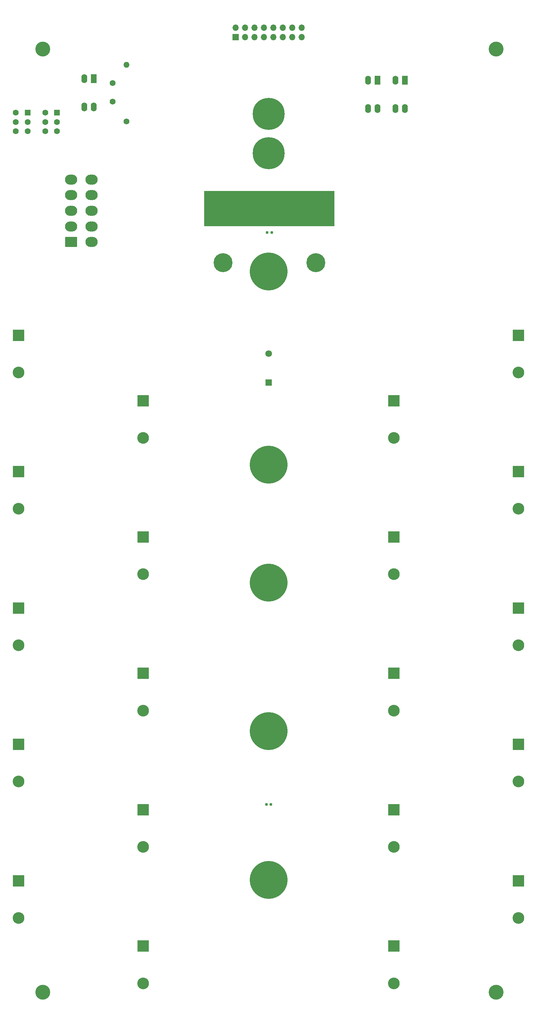
<source format=gbr>
%TF.GenerationSoftware,KiCad,Pcbnew,8.0.3*%
%TF.CreationDate,2024-09-30T04:18:30-05:00*%
%TF.ProjectId,Project Lab 4,50726f6a-6563-4742-904c-616220342e6b,rev?*%
%TF.SameCoordinates,Original*%
%TF.FileFunction,Soldermask,Bot*%
%TF.FilePolarity,Negative*%
%FSLAX46Y46*%
G04 Gerber Fmt 4.6, Leading zero omitted, Abs format (unit mm)*
G04 Created by KiCad (PCBNEW 8.0.3) date 2024-09-30 04:18:30*
%MOMM*%
%LPD*%
G01*
G04 APERTURE LIST*
G04 Aperture macros list*
%AMRoundRect*
0 Rectangle with rounded corners*
0 $1 Rounding radius*
0 $2 $3 $4 $5 $6 $7 $8 $9 X,Y pos of 4 corners*
0 Add a 4 corners polygon primitive as box body*
4,1,4,$2,$3,$4,$5,$6,$7,$8,$9,$2,$3,0*
0 Add four circle primitives for the rounded corners*
1,1,$1+$1,$2,$3*
1,1,$1+$1,$4,$5*
1,1,$1+$1,$6,$7*
1,1,$1+$1,$8,$9*
0 Add four rect primitives between the rounded corners*
20,1,$1+$1,$2,$3,$4,$5,0*
20,1,$1+$1,$4,$5,$6,$7,0*
20,1,$1+$1,$6,$7,$8,$9,0*
20,1,$1+$1,$8,$9,$2,$3,0*%
G04 Aperture macros list end*
%ADD10C,0.100000*%
%ADD11R,3.150000X3.150000*%
%ADD12C,3.150000*%
%ADD13C,5.100000*%
%ADD14R,1.600000X2.400000*%
%ADD15O,1.600000X2.400000*%
%ADD16R,1.600000X1.600000*%
%ADD17C,1.600000*%
%ADD18C,10.200000*%
%ADD19R,1.800000X1.800000*%
%ADD20C,1.800000*%
%ADD21RoundRect,0.250001X1.399999X-1.099999X1.399999X1.099999X-1.399999X1.099999X-1.399999X-1.099999X0*%
%ADD22O,3.300000X2.700000*%
%ADD23R,1.700000X1.700000*%
%ADD24O,1.700000X1.700000*%
%ADD25C,4.000000*%
%ADD26O,1.600000X1.600000*%
%ADD27C,8.600000*%
%ADD28RoundRect,0.160000X-0.197500X-0.160000X0.197500X-0.160000X0.197500X0.160000X-0.197500X0.160000X0*%
G04 APERTURE END LIST*
D10*
X376400000Y-3200000D02*
X411400000Y-3200000D01*
X411400000Y-12600000D01*
X376400000Y-12600000D01*
X376400000Y-3200000D01*
G36*
X376400000Y-3200000D02*
G01*
X411400000Y-3200000D01*
X411400000Y-12600000D01*
X376400000Y-12600000D01*
X376400000Y-3200000D01*
G37*
D11*
%TO.C,C6*%
X326500000Y-42000000D03*
D12*
X326500000Y-52000000D03*
%TD*%
D11*
%TO.C,C20*%
X461000000Y-42000000D03*
D12*
X461000000Y-52000000D03*
%TD*%
D13*
%TO.C,H8*%
X381500000Y-22500000D03*
X406500000Y-22500000D03*
%TD*%
D14*
%TO.C,OC4*%
X423075000Y26625000D03*
D15*
X420535000Y26625000D03*
X420535000Y19005000D03*
X423075000Y19005000D03*
%TD*%
D11*
%TO.C,C22*%
X326500000Y-188800000D03*
D12*
X326500000Y-198800000D03*
%TD*%
D11*
%TO.C,C18*%
X326500000Y-152100000D03*
D12*
X326500000Y-162100000D03*
%TD*%
D16*
%TO.C,SW2*%
X336850000Y17907500D03*
D17*
X336850000Y15407500D03*
X336850000Y12907500D03*
X333650000Y17907500D03*
X333650000Y15407500D03*
X333650000Y12907500D03*
%TD*%
D14*
%TO.C,OC1*%
X346675000Y27025000D03*
D15*
X344135000Y27025000D03*
X344135000Y19405000D03*
X346675000Y19405000D03*
%TD*%
D11*
%TO.C,C21*%
X360000000Y-59600000D03*
D12*
X360000000Y-69600000D03*
%TD*%
D11*
%TO.C,C13*%
X360000000Y-133000000D03*
D12*
X360000000Y-143000000D03*
%TD*%
D18*
%TO.C,R24*%
X393800000Y-76800000D03*
D19*
X393800000Y-54700000D03*
D20*
X393800000Y-46900000D03*
D18*
X393800000Y-24800000D03*
%TD*%
D21*
%TO.C,J2*%
X340625000Y-16900000D03*
D22*
X340625000Y-12700000D03*
X340625000Y-8500000D03*
X340625000Y-4300000D03*
X340625000Y-100000D03*
X346125000Y-16900000D03*
X346125000Y-12700000D03*
X346125000Y-8500000D03*
X346125000Y-4300000D03*
X346125000Y-100000D03*
%TD*%
D11*
%TO.C,C5*%
X360000000Y-206400000D03*
D12*
X360000000Y-216400000D03*
%TD*%
D18*
%TO.C,H7*%
X393800000Y-108575000D03*
X393800000Y-148575000D03*
X393800000Y-188575000D03*
%TD*%
D17*
%TO.C,C29*%
X351800000Y20900000D03*
X351800000Y25900000D03*
%TD*%
D11*
%TO.C,C11*%
X427500000Y-133000000D03*
D12*
X427500000Y-143000000D03*
%TD*%
D23*
%TO.C,J4*%
X384925000Y38260000D03*
D24*
X384925000Y40800000D03*
X387465000Y38260000D03*
X387465000Y40800000D03*
X390005000Y38260000D03*
X390005000Y40800000D03*
X392545000Y38260000D03*
X392545000Y40800000D03*
X395085000Y38260000D03*
X395085000Y40800000D03*
X397625000Y38260000D03*
X397625000Y40800000D03*
X400165000Y38260000D03*
X400165000Y40800000D03*
X402705000Y38260000D03*
X402705000Y40800000D03*
%TD*%
D25*
%TO.C,H6*%
X455000000Y-218800000D03*
%TD*%
D11*
%TO.C,C14*%
X326500000Y-115400000D03*
D12*
X326500000Y-125400000D03*
%TD*%
D11*
%TO.C,C12*%
X461000000Y-115400000D03*
D12*
X461000000Y-125400000D03*
%TD*%
D11*
%TO.C,C19*%
X427500000Y-59600000D03*
D12*
X427500000Y-69600000D03*
%TD*%
D11*
%TO.C,C15*%
X427500000Y-96300000D03*
D12*
X427500000Y-106300000D03*
%TD*%
D11*
%TO.C,C3*%
X427500000Y-206400000D03*
D12*
X427500000Y-216400000D03*
%TD*%
D17*
%TO.C,R8*%
X355550000Y15580000D03*
D26*
X355550000Y30820000D03*
%TD*%
D14*
%TO.C,OC2*%
X430475000Y26625000D03*
D15*
X427935000Y26625000D03*
X427935000Y19005000D03*
X430475000Y19005000D03*
%TD*%
D27*
%TO.C,H1*%
X393800000Y7000000D03*
%TD*%
D11*
%TO.C,C9*%
X360000000Y-169700000D03*
D12*
X360000000Y-179700000D03*
%TD*%
D11*
%TO.C,C10*%
X326500000Y-78700000D03*
D12*
X326500000Y-88700000D03*
%TD*%
D11*
%TO.C,C8*%
X461000000Y-152100000D03*
D12*
X461000000Y-162100000D03*
%TD*%
D11*
%TO.C,C7*%
X427500000Y-169700000D03*
D12*
X427500000Y-179700000D03*
%TD*%
D27*
%TO.C,H2*%
X393800000Y17600000D03*
%TD*%
D25*
%TO.C,H4*%
X455000000Y35000000D03*
%TD*%
D11*
%TO.C,C4*%
X461000000Y-188800000D03*
D12*
X461000000Y-198800000D03*
%TD*%
D25*
%TO.C,H3*%
X333000000Y35000000D03*
%TD*%
D11*
%TO.C,C17*%
X360000000Y-96300000D03*
D12*
X360000000Y-106300000D03*
%TD*%
D25*
%TO.C,H5*%
X333000000Y-218800000D03*
%TD*%
D16*
%TO.C,SW1*%
X328950000Y17907500D03*
D17*
X328950000Y15407500D03*
X328950000Y12907500D03*
X325750000Y17907500D03*
X325750000Y15407500D03*
X325750000Y12907500D03*
%TD*%
D11*
%TO.C,C16*%
X461000000Y-78700000D03*
D12*
X461000000Y-88700000D03*
%TD*%
D28*
%TO.C,TH1*%
X393402500Y-14300000D03*
X394597500Y-14300000D03*
%TD*%
%TO.C,TH2*%
X393202500Y-168300000D03*
X394397500Y-168300000D03*
%TD*%
M02*

</source>
